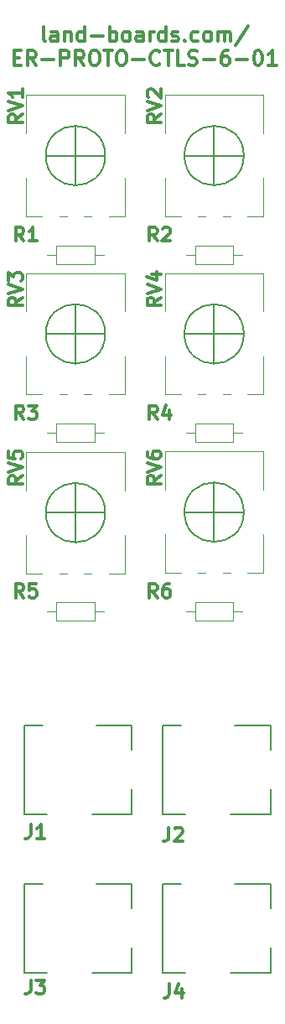
<source format=gto>
%TF.GenerationSoftware,KiCad,Pcbnew,(6.0.1)*%
%TF.CreationDate,2022-10-19T17:02:20-04:00*%
%TF.ProjectId,ER-PROTO-CTLS-6-01,45522d50-524f-4544-9f2d-43544c532d36,1*%
%TF.SameCoordinates,Original*%
%TF.FileFunction,Legend,Top*%
%TF.FilePolarity,Positive*%
%FSLAX46Y46*%
G04 Gerber Fmt 4.6, Leading zero omitted, Abs format (unit mm)*
G04 Created by KiCad (PCBNEW (6.0.1)) date 2022-10-19 17:02:20*
%MOMM*%
%LPD*%
G01*
G04 APERTURE LIST*
%ADD10C,0.375000*%
%ADD11C,0.349250*%
%ADD12C,0.120000*%
%ADD13C,0.150000*%
%ADD14C,0.200000*%
G04 APERTURE END LIST*
D10*
X102464285Y-17471071D02*
X102321428Y-17399642D01*
X102249999Y-17256785D01*
X102249999Y-15971071D01*
X103678571Y-17471071D02*
X103678571Y-16685357D01*
X103607142Y-16542500D01*
X103464285Y-16471071D01*
X103178571Y-16471071D01*
X103035714Y-16542500D01*
X103678571Y-17399642D02*
X103535714Y-17471071D01*
X103178571Y-17471071D01*
X103035714Y-17399642D01*
X102964285Y-17256785D01*
X102964285Y-17113928D01*
X103035714Y-16971071D01*
X103178571Y-16899642D01*
X103535714Y-16899642D01*
X103678571Y-16828214D01*
X104392857Y-16471071D02*
X104392857Y-17471071D01*
X104392857Y-16613928D02*
X104464285Y-16542500D01*
X104607142Y-16471071D01*
X104821428Y-16471071D01*
X104964285Y-16542500D01*
X105035714Y-16685357D01*
X105035714Y-17471071D01*
X106392857Y-17471071D02*
X106392857Y-15971071D01*
X106392857Y-17399642D02*
X106249999Y-17471071D01*
X105964285Y-17471071D01*
X105821428Y-17399642D01*
X105749999Y-17328214D01*
X105678571Y-17185357D01*
X105678571Y-16756785D01*
X105749999Y-16613928D01*
X105821428Y-16542500D01*
X105964285Y-16471071D01*
X106249999Y-16471071D01*
X106392857Y-16542500D01*
X107107142Y-16899642D02*
X108249999Y-16899642D01*
X108964285Y-17471071D02*
X108964285Y-15971071D01*
X108964285Y-16542500D02*
X109107142Y-16471071D01*
X109392857Y-16471071D01*
X109535714Y-16542500D01*
X109607142Y-16613928D01*
X109678571Y-16756785D01*
X109678571Y-17185357D01*
X109607142Y-17328214D01*
X109535714Y-17399642D01*
X109392857Y-17471071D01*
X109107142Y-17471071D01*
X108964285Y-17399642D01*
X110535714Y-17471071D02*
X110392857Y-17399642D01*
X110321428Y-17328214D01*
X110249999Y-17185357D01*
X110249999Y-16756785D01*
X110321428Y-16613928D01*
X110392857Y-16542500D01*
X110535714Y-16471071D01*
X110750000Y-16471071D01*
X110892857Y-16542500D01*
X110964285Y-16613928D01*
X111035714Y-16756785D01*
X111035714Y-17185357D01*
X110964285Y-17328214D01*
X110892857Y-17399642D01*
X110750000Y-17471071D01*
X110535714Y-17471071D01*
X112321428Y-17471071D02*
X112321428Y-16685357D01*
X112250000Y-16542500D01*
X112107142Y-16471071D01*
X111821428Y-16471071D01*
X111678571Y-16542500D01*
X112321428Y-17399642D02*
X112178571Y-17471071D01*
X111821428Y-17471071D01*
X111678571Y-17399642D01*
X111607142Y-17256785D01*
X111607142Y-17113928D01*
X111678571Y-16971071D01*
X111821428Y-16899642D01*
X112178571Y-16899642D01*
X112321428Y-16828214D01*
X113035714Y-17471071D02*
X113035714Y-16471071D01*
X113035714Y-16756785D02*
X113107142Y-16613928D01*
X113178571Y-16542500D01*
X113321428Y-16471071D01*
X113464285Y-16471071D01*
X114607142Y-17471071D02*
X114607142Y-15971071D01*
X114607142Y-17399642D02*
X114464285Y-17471071D01*
X114178571Y-17471071D01*
X114035714Y-17399642D01*
X113964285Y-17328214D01*
X113892857Y-17185357D01*
X113892857Y-16756785D01*
X113964285Y-16613928D01*
X114035714Y-16542500D01*
X114178571Y-16471071D01*
X114464285Y-16471071D01*
X114607142Y-16542500D01*
X115249999Y-17399642D02*
X115392857Y-17471071D01*
X115678571Y-17471071D01*
X115821428Y-17399642D01*
X115892857Y-17256785D01*
X115892857Y-17185357D01*
X115821428Y-17042500D01*
X115678571Y-16971071D01*
X115464285Y-16971071D01*
X115321428Y-16899642D01*
X115249999Y-16756785D01*
X115249999Y-16685357D01*
X115321428Y-16542500D01*
X115464285Y-16471071D01*
X115678571Y-16471071D01*
X115821428Y-16542500D01*
X116535714Y-17328214D02*
X116607142Y-17399642D01*
X116535714Y-17471071D01*
X116464285Y-17399642D01*
X116535714Y-17328214D01*
X116535714Y-17471071D01*
X117892857Y-17399642D02*
X117749999Y-17471071D01*
X117464285Y-17471071D01*
X117321428Y-17399642D01*
X117249999Y-17328214D01*
X117178571Y-17185357D01*
X117178571Y-16756785D01*
X117249999Y-16613928D01*
X117321428Y-16542500D01*
X117464285Y-16471071D01*
X117749999Y-16471071D01*
X117892857Y-16542500D01*
X118750000Y-17471071D02*
X118607142Y-17399642D01*
X118535714Y-17328214D01*
X118464285Y-17185357D01*
X118464285Y-16756785D01*
X118535714Y-16613928D01*
X118607142Y-16542500D01*
X118750000Y-16471071D01*
X118964285Y-16471071D01*
X119107142Y-16542500D01*
X119178571Y-16613928D01*
X119250000Y-16756785D01*
X119250000Y-17185357D01*
X119178571Y-17328214D01*
X119107142Y-17399642D01*
X118964285Y-17471071D01*
X118750000Y-17471071D01*
X119892857Y-17471071D02*
X119892857Y-16471071D01*
X119892857Y-16613928D02*
X119964285Y-16542500D01*
X120107142Y-16471071D01*
X120321428Y-16471071D01*
X120464285Y-16542500D01*
X120535714Y-16685357D01*
X120535714Y-17471071D01*
X120535714Y-16685357D02*
X120607142Y-16542500D01*
X120749999Y-16471071D01*
X120964285Y-16471071D01*
X121107142Y-16542500D01*
X121178571Y-16685357D01*
X121178571Y-17471071D01*
X122964285Y-15899642D02*
X121678571Y-17828214D01*
X99285714Y-19100357D02*
X99785714Y-19100357D01*
X100000000Y-19886071D02*
X99285714Y-19886071D01*
X99285714Y-18386071D01*
X100000000Y-18386071D01*
X101500000Y-19886071D02*
X101000000Y-19171785D01*
X100642857Y-19886071D02*
X100642857Y-18386071D01*
X101214285Y-18386071D01*
X101357142Y-18457500D01*
X101428571Y-18528928D01*
X101500000Y-18671785D01*
X101500000Y-18886071D01*
X101428571Y-19028928D01*
X101357142Y-19100357D01*
X101214285Y-19171785D01*
X100642857Y-19171785D01*
X102142857Y-19314642D02*
X103285714Y-19314642D01*
X104000000Y-19886071D02*
X104000000Y-18386071D01*
X104571428Y-18386071D01*
X104714285Y-18457500D01*
X104785714Y-18528928D01*
X104857142Y-18671785D01*
X104857142Y-18886071D01*
X104785714Y-19028928D01*
X104714285Y-19100357D01*
X104571428Y-19171785D01*
X104000000Y-19171785D01*
X106357142Y-19886071D02*
X105857142Y-19171785D01*
X105500000Y-19886071D02*
X105500000Y-18386071D01*
X106071428Y-18386071D01*
X106214285Y-18457500D01*
X106285714Y-18528928D01*
X106357142Y-18671785D01*
X106357142Y-18886071D01*
X106285714Y-19028928D01*
X106214285Y-19100357D01*
X106071428Y-19171785D01*
X105500000Y-19171785D01*
X107285714Y-18386071D02*
X107571428Y-18386071D01*
X107714285Y-18457500D01*
X107857142Y-18600357D01*
X107928571Y-18886071D01*
X107928571Y-19386071D01*
X107857142Y-19671785D01*
X107714285Y-19814642D01*
X107571428Y-19886071D01*
X107285714Y-19886071D01*
X107142857Y-19814642D01*
X107000000Y-19671785D01*
X106928571Y-19386071D01*
X106928571Y-18886071D01*
X107000000Y-18600357D01*
X107142857Y-18457500D01*
X107285714Y-18386071D01*
X108357142Y-18386071D02*
X109214285Y-18386071D01*
X108785714Y-19886071D02*
X108785714Y-18386071D01*
X110000000Y-18386071D02*
X110285714Y-18386071D01*
X110428571Y-18457500D01*
X110571428Y-18600357D01*
X110642857Y-18886071D01*
X110642857Y-19386071D01*
X110571428Y-19671785D01*
X110428571Y-19814642D01*
X110285714Y-19886071D01*
X110000000Y-19886071D01*
X109857142Y-19814642D01*
X109714285Y-19671785D01*
X109642857Y-19386071D01*
X109642857Y-18886071D01*
X109714285Y-18600357D01*
X109857142Y-18457500D01*
X110000000Y-18386071D01*
X111285714Y-19314642D02*
X112428571Y-19314642D01*
X114000000Y-19743214D02*
X113928571Y-19814642D01*
X113714285Y-19886071D01*
X113571428Y-19886071D01*
X113357142Y-19814642D01*
X113214285Y-19671785D01*
X113142857Y-19528928D01*
X113071428Y-19243214D01*
X113071428Y-19028928D01*
X113142857Y-18743214D01*
X113214285Y-18600357D01*
X113357142Y-18457500D01*
X113571428Y-18386071D01*
X113714285Y-18386071D01*
X113928571Y-18457500D01*
X114000000Y-18528928D01*
X114428571Y-18386071D02*
X115285714Y-18386071D01*
X114857142Y-19886071D02*
X114857142Y-18386071D01*
X116500000Y-19886071D02*
X115785714Y-19886071D01*
X115785714Y-18386071D01*
X116928571Y-19814642D02*
X117142857Y-19886071D01*
X117500000Y-19886071D01*
X117642857Y-19814642D01*
X117714285Y-19743214D01*
X117785714Y-19600357D01*
X117785714Y-19457500D01*
X117714285Y-19314642D01*
X117642857Y-19243214D01*
X117500000Y-19171785D01*
X117214285Y-19100357D01*
X117071428Y-19028928D01*
X117000000Y-18957500D01*
X116928571Y-18814642D01*
X116928571Y-18671785D01*
X117000000Y-18528928D01*
X117071428Y-18457500D01*
X117214285Y-18386071D01*
X117571428Y-18386071D01*
X117785714Y-18457500D01*
X118428571Y-19314642D02*
X119571428Y-19314642D01*
X120928571Y-18386071D02*
X120642857Y-18386071D01*
X120500000Y-18457500D01*
X120428571Y-18528928D01*
X120285714Y-18743214D01*
X120214285Y-19028928D01*
X120214285Y-19600357D01*
X120285714Y-19743214D01*
X120357142Y-19814642D01*
X120500000Y-19886071D01*
X120785714Y-19886071D01*
X120928571Y-19814642D01*
X121000000Y-19743214D01*
X121071428Y-19600357D01*
X121071428Y-19243214D01*
X121000000Y-19100357D01*
X120928571Y-19028928D01*
X120785714Y-18957500D01*
X120500000Y-18957500D01*
X120357142Y-19028928D01*
X120285714Y-19100357D01*
X120214285Y-19243214D01*
X121714285Y-19314642D02*
X122857142Y-19314642D01*
X123857142Y-18386071D02*
X124000000Y-18386071D01*
X124142857Y-18457500D01*
X124214285Y-18528928D01*
X124285714Y-18671785D01*
X124357142Y-18957500D01*
X124357142Y-19314642D01*
X124285714Y-19600357D01*
X124214285Y-19743214D01*
X124142857Y-19814642D01*
X124000000Y-19886071D01*
X123857142Y-19886071D01*
X123714285Y-19814642D01*
X123642857Y-19743214D01*
X123571428Y-19600357D01*
X123500000Y-19314642D01*
X123500000Y-18957500D01*
X123571428Y-18671785D01*
X123642857Y-18528928D01*
X123714285Y-18457500D01*
X123857142Y-18386071D01*
X125785714Y-19886071D02*
X124928571Y-19886071D01*
X125357142Y-19886071D02*
X125357142Y-18386071D01*
X125214285Y-18600357D01*
X125071428Y-18743214D01*
X124928571Y-18814642D01*
D11*
%TO.C,RV4*%
X114131976Y-43331547D02*
X113466738Y-43797214D01*
X114131976Y-44129833D02*
X112734976Y-44129833D01*
X112734976Y-43597642D01*
X112801500Y-43464595D01*
X112868023Y-43398071D01*
X113001071Y-43331547D01*
X113200642Y-43331547D01*
X113333690Y-43398071D01*
X113400214Y-43464595D01*
X113466738Y-43597642D01*
X113466738Y-44129833D01*
X112734976Y-42932404D02*
X114131976Y-42466738D01*
X112734976Y-42001071D01*
X113200642Y-40936690D02*
X114131976Y-40936690D01*
X112668452Y-41269309D02*
X113666309Y-41601928D01*
X113666309Y-40737119D01*
%TO.C,R4*%
X113767166Y-55631976D02*
X113301500Y-54966738D01*
X112968880Y-55631976D02*
X112968880Y-54234976D01*
X113501071Y-54234976D01*
X113634119Y-54301500D01*
X113700642Y-54368023D01*
X113767166Y-54501071D01*
X113767166Y-54700642D01*
X113700642Y-54833690D01*
X113634119Y-54900214D01*
X113501071Y-54966738D01*
X112968880Y-54966738D01*
X114964595Y-54700642D02*
X114964595Y-55631976D01*
X114631976Y-54168452D02*
X114299357Y-55166309D01*
X115164166Y-55166309D01*
%TO.C,RV2*%
X114131976Y-24831547D02*
X113466738Y-25297214D01*
X114131976Y-25629833D02*
X112734976Y-25629833D01*
X112734976Y-25097642D01*
X112801500Y-24964595D01*
X112868023Y-24898071D01*
X113001071Y-24831547D01*
X113200642Y-24831547D01*
X113333690Y-24898071D01*
X113400214Y-24964595D01*
X113466738Y-25097642D01*
X113466738Y-25629833D01*
X112734976Y-24432404D02*
X114131976Y-23966738D01*
X112734976Y-23501071D01*
X112868023Y-23101928D02*
X112801500Y-23035404D01*
X112734976Y-22902357D01*
X112734976Y-22569738D01*
X112801500Y-22436690D01*
X112868023Y-22370166D01*
X113001071Y-22303642D01*
X113134119Y-22303642D01*
X113333690Y-22370166D01*
X114131976Y-23168452D01*
X114131976Y-22303642D01*
%TO.C,RV5*%
X100131976Y-61331547D02*
X99466738Y-61797214D01*
X100131976Y-62129833D02*
X98734976Y-62129833D01*
X98734976Y-61597642D01*
X98801500Y-61464595D01*
X98868023Y-61398071D01*
X99001071Y-61331547D01*
X99200642Y-61331547D01*
X99333690Y-61398071D01*
X99400214Y-61464595D01*
X99466738Y-61597642D01*
X99466738Y-62129833D01*
X98734976Y-60932404D02*
X100131976Y-60466738D01*
X98734976Y-60001071D01*
X98734976Y-58870166D02*
X98734976Y-59535404D01*
X99400214Y-59601928D01*
X99333690Y-59535404D01*
X99267166Y-59402357D01*
X99267166Y-59069738D01*
X99333690Y-58936690D01*
X99400214Y-58870166D01*
X99533261Y-58803642D01*
X99865880Y-58803642D01*
X99998928Y-58870166D01*
X100065452Y-58936690D01*
X100131976Y-59069738D01*
X100131976Y-59402357D01*
X100065452Y-59535404D01*
X99998928Y-59601928D01*
%TO.C,J4*%
X114984333Y-112634976D02*
X114984333Y-113632833D01*
X114917809Y-113832404D01*
X114784761Y-113965452D01*
X114585190Y-114031976D01*
X114452142Y-114031976D01*
X116248285Y-113100642D02*
X116248285Y-114031976D01*
X115915666Y-112568452D02*
X115583047Y-113566309D01*
X116447857Y-113566309D01*
%TO.C,RV6*%
X114131976Y-61331547D02*
X113466738Y-61797214D01*
X114131976Y-62129833D02*
X112734976Y-62129833D01*
X112734976Y-61597642D01*
X112801500Y-61464595D01*
X112868023Y-61398071D01*
X113001071Y-61331547D01*
X113200642Y-61331547D01*
X113333690Y-61398071D01*
X113400214Y-61464595D01*
X113466738Y-61597642D01*
X113466738Y-62129833D01*
X112734976Y-60932404D02*
X114131976Y-60466738D01*
X112734976Y-60001071D01*
X112734976Y-58936690D02*
X112734976Y-59202785D01*
X112801500Y-59335833D01*
X112868023Y-59402357D01*
X113067595Y-59535404D01*
X113333690Y-59601928D01*
X113865880Y-59601928D01*
X113998928Y-59535404D01*
X114065452Y-59468880D01*
X114131976Y-59335833D01*
X114131976Y-59069738D01*
X114065452Y-58936690D01*
X113998928Y-58870166D01*
X113865880Y-58803642D01*
X113533261Y-58803642D01*
X113400214Y-58870166D01*
X113333690Y-58936690D01*
X113267166Y-59069738D01*
X113267166Y-59335833D01*
X113333690Y-59468880D01*
X113400214Y-59535404D01*
X113533261Y-59601928D01*
%TO.C,R6*%
X113767166Y-73631976D02*
X113301500Y-72966738D01*
X112968880Y-73631976D02*
X112968880Y-72234976D01*
X113501071Y-72234976D01*
X113634119Y-72301500D01*
X113700642Y-72368023D01*
X113767166Y-72501071D01*
X113767166Y-72700642D01*
X113700642Y-72833690D01*
X113634119Y-72900214D01*
X113501071Y-72966738D01*
X112968880Y-72966738D01*
X114964595Y-72234976D02*
X114698500Y-72234976D01*
X114565452Y-72301500D01*
X114498928Y-72368023D01*
X114365880Y-72567595D01*
X114299357Y-72833690D01*
X114299357Y-73365880D01*
X114365880Y-73498928D01*
X114432404Y-73565452D01*
X114565452Y-73631976D01*
X114831547Y-73631976D01*
X114964595Y-73565452D01*
X115031119Y-73498928D01*
X115097642Y-73365880D01*
X115097642Y-73033261D01*
X115031119Y-72900214D01*
X114964595Y-72833690D01*
X114831547Y-72767166D01*
X114565452Y-72767166D01*
X114432404Y-72833690D01*
X114365880Y-72900214D01*
X114299357Y-73033261D01*
%TO.C,R5*%
X100267166Y-73631976D02*
X99801500Y-72966738D01*
X99468880Y-73631976D02*
X99468880Y-72234976D01*
X100001071Y-72234976D01*
X100134119Y-72301500D01*
X100200642Y-72368023D01*
X100267166Y-72501071D01*
X100267166Y-72700642D01*
X100200642Y-72833690D01*
X100134119Y-72900214D01*
X100001071Y-72966738D01*
X99468880Y-72966738D01*
X101531119Y-72234976D02*
X100865880Y-72234976D01*
X100799357Y-72900214D01*
X100865880Y-72833690D01*
X100998928Y-72767166D01*
X101331547Y-72767166D01*
X101464595Y-72833690D01*
X101531119Y-72900214D01*
X101597642Y-73033261D01*
X101597642Y-73365880D01*
X101531119Y-73498928D01*
X101464595Y-73565452D01*
X101331547Y-73631976D01*
X100998928Y-73631976D01*
X100865880Y-73565452D01*
X100799357Y-73498928D01*
%TO.C,J1*%
X100984333Y-96532976D02*
X100984333Y-97530833D01*
X100917809Y-97730404D01*
X100784761Y-97863452D01*
X100585190Y-97929976D01*
X100452142Y-97929976D01*
X102381333Y-97929976D02*
X101583047Y-97929976D01*
X101982190Y-97929976D02*
X101982190Y-96532976D01*
X101849142Y-96732547D01*
X101716095Y-96865595D01*
X101583047Y-96932119D01*
%TO.C,R3*%
X100267166Y-55631976D02*
X99801500Y-54966738D01*
X99468880Y-55631976D02*
X99468880Y-54234976D01*
X100001071Y-54234976D01*
X100134119Y-54301500D01*
X100200642Y-54368023D01*
X100267166Y-54501071D01*
X100267166Y-54700642D01*
X100200642Y-54833690D01*
X100134119Y-54900214D01*
X100001071Y-54966738D01*
X99468880Y-54966738D01*
X100732833Y-54234976D02*
X101597642Y-54234976D01*
X101131976Y-54767166D01*
X101331547Y-54767166D01*
X101464595Y-54833690D01*
X101531119Y-54900214D01*
X101597642Y-55033261D01*
X101597642Y-55365880D01*
X101531119Y-55498928D01*
X101464595Y-55565452D01*
X101331547Y-55631976D01*
X100932404Y-55631976D01*
X100799357Y-55565452D01*
X100732833Y-55498928D01*
%TO.C,J3*%
X100984333Y-112234976D02*
X100984333Y-113232833D01*
X100917809Y-113432404D01*
X100784761Y-113565452D01*
X100585190Y-113631976D01*
X100452142Y-113631976D01*
X101516523Y-112234976D02*
X102381333Y-112234976D01*
X101915666Y-112767166D01*
X102115238Y-112767166D01*
X102248285Y-112833690D01*
X102314809Y-112900214D01*
X102381333Y-113033261D01*
X102381333Y-113365880D01*
X102314809Y-113498928D01*
X102248285Y-113565452D01*
X102115238Y-113631976D01*
X101716095Y-113631976D01*
X101583047Y-113565452D01*
X101516523Y-113498928D01*
%TO.C,RV1*%
X100131976Y-24831547D02*
X99466738Y-25297214D01*
X100131976Y-25629833D02*
X98734976Y-25629833D01*
X98734976Y-25097642D01*
X98801500Y-24964595D01*
X98868023Y-24898071D01*
X99001071Y-24831547D01*
X99200642Y-24831547D01*
X99333690Y-24898071D01*
X99400214Y-24964595D01*
X99466738Y-25097642D01*
X99466738Y-25629833D01*
X98734976Y-24432404D02*
X100131976Y-23966738D01*
X98734976Y-23501071D01*
X100131976Y-22303642D02*
X100131976Y-23101928D01*
X100131976Y-22702785D02*
X98734976Y-22702785D01*
X98934547Y-22835833D01*
X99067595Y-22968880D01*
X99134119Y-23101928D01*
%TO.C,R1*%
X100267166Y-37631976D02*
X99801500Y-36966738D01*
X99468880Y-37631976D02*
X99468880Y-36234976D01*
X100001071Y-36234976D01*
X100134119Y-36301500D01*
X100200642Y-36368023D01*
X100267166Y-36501071D01*
X100267166Y-36700642D01*
X100200642Y-36833690D01*
X100134119Y-36900214D01*
X100001071Y-36966738D01*
X99468880Y-36966738D01*
X101597642Y-37631976D02*
X100799357Y-37631976D01*
X101198500Y-37631976D02*
X101198500Y-36234976D01*
X101065452Y-36434547D01*
X100932404Y-36567595D01*
X100799357Y-36634119D01*
%TO.C,RV3*%
X100131976Y-43331547D02*
X99466738Y-43797214D01*
X100131976Y-44129833D02*
X98734976Y-44129833D01*
X98734976Y-43597642D01*
X98801500Y-43464595D01*
X98868023Y-43398071D01*
X99001071Y-43331547D01*
X99200642Y-43331547D01*
X99333690Y-43398071D01*
X99400214Y-43464595D01*
X99466738Y-43597642D01*
X99466738Y-44129833D01*
X98734976Y-42932404D02*
X100131976Y-42466738D01*
X98734976Y-42001071D01*
X98734976Y-41668452D02*
X98734976Y-40803642D01*
X99267166Y-41269309D01*
X99267166Y-41069738D01*
X99333690Y-40936690D01*
X99400214Y-40870166D01*
X99533261Y-40803642D01*
X99865880Y-40803642D01*
X99998928Y-40870166D01*
X100065452Y-40936690D01*
X100131976Y-41069738D01*
X100131976Y-41468880D01*
X100065452Y-41601928D01*
X99998928Y-41668452D01*
%TO.C,R2*%
X113767166Y-37631976D02*
X113301500Y-36966738D01*
X112968880Y-37631976D02*
X112968880Y-36234976D01*
X113501071Y-36234976D01*
X113634119Y-36301500D01*
X113700642Y-36368023D01*
X113767166Y-36501071D01*
X113767166Y-36700642D01*
X113700642Y-36833690D01*
X113634119Y-36900214D01*
X113501071Y-36966738D01*
X112968880Y-36966738D01*
X114299357Y-36368023D02*
X114365880Y-36301500D01*
X114498928Y-36234976D01*
X114831547Y-36234976D01*
X114964595Y-36301500D01*
X115031119Y-36368023D01*
X115097642Y-36501071D01*
X115097642Y-36634119D01*
X115031119Y-36833690D01*
X114232833Y-37631976D01*
X115097642Y-37631976D01*
%TO.C,J2*%
X114934333Y-96820976D02*
X114934333Y-97818833D01*
X114867809Y-98018404D01*
X114734761Y-98151452D01*
X114535190Y-98217976D01*
X114402142Y-98217976D01*
X115533047Y-96954023D02*
X115599571Y-96887500D01*
X115732619Y-96820976D01*
X116065238Y-96820976D01*
X116198285Y-96887500D01*
X116264809Y-96954023D01*
X116331333Y-97087071D01*
X116331333Y-97220119D01*
X116264809Y-97419690D01*
X115466523Y-98217976D01*
X116331333Y-98217976D01*
D12*
%TO.C,RV4*%
X122870000Y-53120000D02*
X124470000Y-53120000D01*
X114530000Y-53120000D02*
X114530000Y-49255000D01*
X120371000Y-53120000D02*
X121130000Y-53120000D01*
D13*
X116500000Y-47000000D02*
X122500000Y-47000000D01*
D12*
X117871000Y-53120000D02*
X118630000Y-53120000D01*
X114530000Y-40880000D02*
X124470000Y-40880000D01*
X124470000Y-53120000D02*
X124470000Y-49255000D01*
X124470000Y-44745000D02*
X124470000Y-40880000D01*
X114530000Y-44745000D02*
X114530000Y-40880000D01*
X114530000Y-53120000D02*
X116129000Y-53120000D01*
D13*
X119500000Y-50000000D02*
X119500000Y-44000000D01*
X122500000Y-47000000D02*
G75*
G03*
X122500000Y-47000000I-3000000J0D01*
G01*
D12*
%TO.C,R4*%
X117580000Y-57920000D02*
X121420000Y-57920000D01*
X121420000Y-56080000D02*
X117580000Y-56080000D01*
X117580000Y-56080000D02*
X117580000Y-57920000D01*
X121420000Y-57920000D02*
X121420000Y-56080000D01*
X122370000Y-57000000D02*
X121420000Y-57000000D01*
X116630000Y-57000000D02*
X117580000Y-57000000D01*
%TO.C,RV2*%
X114530000Y-22880000D02*
X124470000Y-22880000D01*
X122870000Y-35120000D02*
X124470000Y-35120000D01*
X114530000Y-26745000D02*
X114530000Y-22880000D01*
X114530000Y-35120000D02*
X114530000Y-31255000D01*
D13*
X116500000Y-29000000D02*
X122500000Y-29000000D01*
X119500000Y-32000000D02*
X119500000Y-26000000D01*
D12*
X120371000Y-35120000D02*
X121130000Y-35120000D01*
X124470000Y-26745000D02*
X124470000Y-22880000D01*
X117871000Y-35120000D02*
X118630000Y-35120000D01*
X114530000Y-35120000D02*
X116129000Y-35120000D01*
X124470000Y-35120000D02*
X124470000Y-31255000D01*
D13*
X122500000Y-29000000D02*
G75*
G03*
X122500000Y-29000000I-3000000J0D01*
G01*
D12*
%TO.C,RV5*%
X110470000Y-71170000D02*
X110470000Y-67305000D01*
X100530000Y-58930000D02*
X110470000Y-58930000D01*
X100530000Y-71170000D02*
X102129000Y-71170000D01*
X103871000Y-71170000D02*
X104630000Y-71170000D01*
X108870000Y-71170000D02*
X110470000Y-71170000D01*
X106371000Y-71170000D02*
X107130000Y-71170000D01*
X100530000Y-62795000D02*
X100530000Y-58930000D01*
X110470000Y-62795000D02*
X110470000Y-58930000D01*
X100530000Y-71170000D02*
X100530000Y-67305000D01*
D13*
X102500000Y-65050000D02*
X108500000Y-65050000D01*
X105500000Y-68050000D02*
X105500000Y-62050000D01*
X108500000Y-65050000D02*
G75*
G03*
X108500000Y-65050000I-3000000J0D01*
G01*
D14*
%TO.C,J4*%
X125200000Y-111500000D02*
X125200000Y-109000000D01*
X114300000Y-102500000D02*
X116200000Y-102500000D01*
X125200000Y-102500000D02*
X125200000Y-105000000D01*
X125200000Y-111500000D02*
X121200000Y-111500000D01*
X125200000Y-102500000D02*
X121600000Y-102500000D01*
X114300000Y-111500000D02*
X116600000Y-111500000D01*
X114300000Y-102500000D02*
X114300000Y-111500000D01*
D12*
%TO.C,RV6*%
X114530000Y-58880000D02*
X124470000Y-58880000D01*
D13*
X116500000Y-65000000D02*
X122500000Y-65000000D01*
D12*
X124470000Y-62745000D02*
X124470000Y-58880000D01*
X120371000Y-71120000D02*
X121130000Y-71120000D01*
X114530000Y-71120000D02*
X114530000Y-67255000D01*
X114530000Y-71120000D02*
X116129000Y-71120000D01*
X122870000Y-71120000D02*
X124470000Y-71120000D01*
X114530000Y-62745000D02*
X114530000Y-58880000D01*
D13*
X119500000Y-68000000D02*
X119500000Y-62000000D01*
D12*
X117871000Y-71120000D02*
X118630000Y-71120000D01*
X124470000Y-71120000D02*
X124470000Y-67255000D01*
D13*
X122500000Y-65000000D02*
G75*
G03*
X122500000Y-65000000I-3000000J0D01*
G01*
D12*
%TO.C,R6*%
X117580000Y-74080000D02*
X117580000Y-75920000D01*
X121420000Y-74080000D02*
X117580000Y-74080000D01*
X122370000Y-75000000D02*
X121420000Y-75000000D01*
X116630000Y-75000000D02*
X117580000Y-75000000D01*
X117580000Y-75920000D02*
X121420000Y-75920000D01*
X121420000Y-75920000D02*
X121420000Y-74080000D01*
%TO.C,R5*%
X107420000Y-75920000D02*
X107420000Y-74080000D01*
X107420000Y-74080000D02*
X103580000Y-74080000D01*
X102630000Y-75000000D02*
X103580000Y-75000000D01*
X103580000Y-74080000D02*
X103580000Y-75920000D01*
X108370000Y-75000000D02*
X107420000Y-75000000D01*
X103580000Y-75920000D02*
X107420000Y-75920000D01*
D14*
%TO.C,J1*%
X111200000Y-95500000D02*
X111200000Y-93000000D01*
X111200000Y-86500000D02*
X111200000Y-89000000D01*
X100300000Y-86500000D02*
X100300000Y-95500000D01*
X100300000Y-95500000D02*
X102600000Y-95500000D01*
X111200000Y-95500000D02*
X107200000Y-95500000D01*
X100300000Y-86500000D02*
X102200000Y-86500000D01*
X111200000Y-86500000D02*
X107600000Y-86500000D01*
D12*
%TO.C,R3*%
X103580000Y-56080000D02*
X103580000Y-57920000D01*
X103580000Y-57920000D02*
X107420000Y-57920000D01*
X102630000Y-57000000D02*
X103580000Y-57000000D01*
X107420000Y-57920000D02*
X107420000Y-56080000D01*
X107420000Y-56080000D02*
X103580000Y-56080000D01*
X108370000Y-57000000D02*
X107420000Y-57000000D01*
D14*
%TO.C,J3*%
X100300000Y-102500000D02*
X100300000Y-111500000D01*
X100300000Y-111500000D02*
X102600000Y-111500000D01*
X100300000Y-102500000D02*
X102200000Y-102500000D01*
X111200000Y-102500000D02*
X111200000Y-105000000D01*
X111200000Y-102500000D02*
X107600000Y-102500000D01*
X111200000Y-111500000D02*
X107200000Y-111500000D01*
X111200000Y-111500000D02*
X111200000Y-109000000D01*
D12*
%TO.C,RV1*%
X100530000Y-26745000D02*
X100530000Y-22880000D01*
X100530000Y-22880000D02*
X110470000Y-22880000D01*
X110470000Y-35120000D02*
X110470000Y-31255000D01*
X100530000Y-35120000D02*
X100530000Y-31255000D01*
X110470000Y-26745000D02*
X110470000Y-22880000D01*
D13*
X105500000Y-32000000D02*
X105500000Y-26000000D01*
D12*
X106371000Y-35120000D02*
X107130000Y-35120000D01*
X108870000Y-35120000D02*
X110470000Y-35120000D01*
X100530000Y-35120000D02*
X102129000Y-35120000D01*
D13*
X102500000Y-29000000D02*
X108500000Y-29000000D01*
D12*
X103871000Y-35120000D02*
X104630000Y-35120000D01*
D13*
X108500000Y-29000000D02*
G75*
G03*
X108500000Y-29000000I-3000000J0D01*
G01*
D12*
%TO.C,R1*%
X102630000Y-39000000D02*
X103580000Y-39000000D01*
X108370000Y-39000000D02*
X107420000Y-39000000D01*
X103580000Y-38080000D02*
X103580000Y-39920000D01*
X103580000Y-39920000D02*
X107420000Y-39920000D01*
X107420000Y-38080000D02*
X103580000Y-38080000D01*
X107420000Y-39920000D02*
X107420000Y-38080000D01*
%TO.C,RV3*%
X110470000Y-44745000D02*
X110470000Y-40880000D01*
X100530000Y-53120000D02*
X100530000Y-49255000D01*
X103871000Y-53120000D02*
X104630000Y-53120000D01*
D13*
X102500000Y-47000000D02*
X108500000Y-47000000D01*
X105500000Y-50000000D02*
X105500000Y-44000000D01*
D12*
X100530000Y-40880000D02*
X110470000Y-40880000D01*
X100530000Y-53120000D02*
X102129000Y-53120000D01*
X106371000Y-53120000D02*
X107130000Y-53120000D01*
X100530000Y-44745000D02*
X100530000Y-40880000D01*
X110470000Y-53120000D02*
X110470000Y-49255000D01*
X108870000Y-53120000D02*
X110470000Y-53120000D01*
D13*
X108500000Y-47000000D02*
G75*
G03*
X108500000Y-47000000I-3000000J0D01*
G01*
D12*
%TO.C,R2*%
X122370000Y-39000000D02*
X121420000Y-39000000D01*
X116630000Y-39000000D02*
X117580000Y-39000000D01*
X117580000Y-38080000D02*
X117580000Y-39920000D01*
X121420000Y-38080000D02*
X117580000Y-38080000D01*
X121420000Y-39920000D02*
X121420000Y-38080000D01*
X117580000Y-39920000D02*
X121420000Y-39920000D01*
D14*
%TO.C,J2*%
X125200000Y-95500000D02*
X121200000Y-95500000D01*
X125200000Y-95500000D02*
X125200000Y-93000000D01*
X125200000Y-86500000D02*
X121600000Y-86500000D01*
X125200000Y-86500000D02*
X125200000Y-89000000D01*
X114300000Y-86500000D02*
X114300000Y-95500000D01*
X114300000Y-86500000D02*
X116200000Y-86500000D01*
X114300000Y-95500000D02*
X116600000Y-95500000D01*
%TD*%
M02*

</source>
